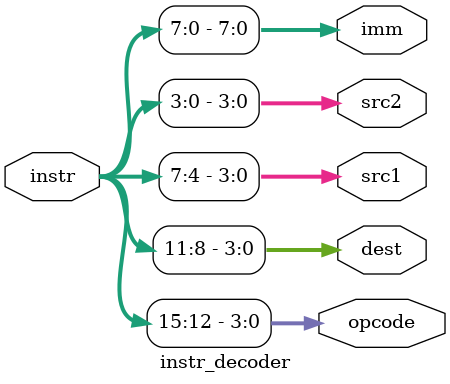
<source format=v>
/*  Instruction Breakup is as given below:
    Standard -  [15:12]opcode | [11:8]Dest | [7:4]src1 | [3:0]src2
    Immediate - [15:12]opcode | [11:8]Dest | [7:0]imm
*/

module instr_decoder(
    // 16 bit instruction
    input [15:0] instr,

    // Ouputs after bit slicing
    output [3:0] opcode,
    output [3:0] dest,
    output [3:0] src1,
    output [3:0] src2,
    output [7:0] imm

);

assign opcode = instr[15:12];
assign dest = instr[11:8];
assign src1 = instr[7:4];
assign src2 = instr[3:0];
assign imm = instr[7:0];


endmodule
</source>
